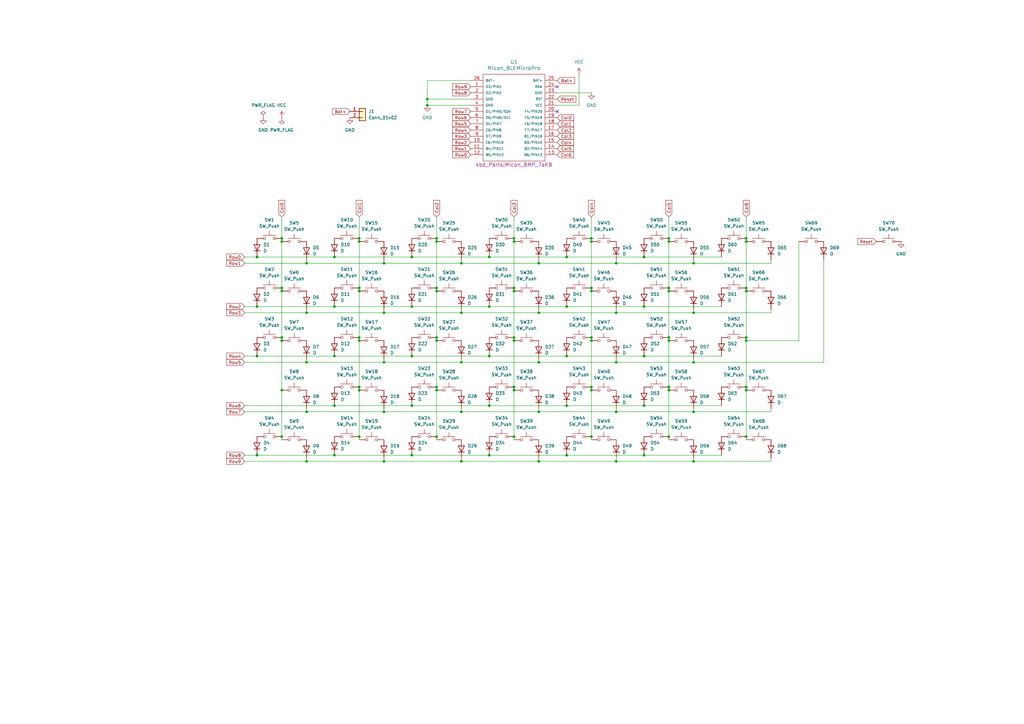
<source format=kicad_sch>
(kicad_sch (version 20250114) (generator "eeschema") (generator_version "9.0")
  (paper "A3")
  (junction (at 168.91 186.69))
  (junction (at 157.48 107.95))
  (junction (at 137.16 125.73))
  (junction (at 242.57 99.06))
  (junction (at 210.82 119.38))
  (junction (at 274.32 138.43))
  (junction (at 168.91 105.41))
  (junction (at 252.73 107.95))
  (junction (at 105.41 146.05))
  (junction (at 242.57 158.75))
  (junction (at 220.98 128.27))
  (junction (at 168.91 166.37))
  (junction (at 115.57 138.43))
  (junction (at 147.32 97.79))
  (junction (at 137.16 186.69))
  (junction (at 306.07 118.11))
  (junction (at 200.66 186.69))
  (junction (at 179.07 138.43))
  (junction (at 274.32 179.07))
  (junction (at 242.57 160.02))
  (junction (at 252.73 168.91))
  (junction (at 264.16 146.05))
  (junction (at 232.41 105.41))
  (junction (at 200.66 146.05))
  (junction (at 147.32 119.38))
  (junction (at 115.57 97.79))
  (junction (at 252.73 189.23))
  (junction (at 147.32 158.75))
  (junction (at 306.07 179.07))
  (junction (at 274.32 160.02))
  (junction (at 220.98 148.59))
  (junction (at 105.41 186.69))
  (junction (at 115.57 119.38))
  (junction (at 242.57 119.38))
  (junction (at 264.16 166.37))
  (junction (at 105.41 105.41))
  (junction (at 284.48 148.59))
  (junction (at 306.07 99.06))
  (junction (at 125.73 107.95))
  (junction (at 252.73 128.27))
  (junction (at 210.82 138.43))
  (junction (at 210.82 97.79))
  (junction (at 220.98 189.23))
  (junction (at 189.23 148.59))
  (junction (at 200.66 105.41))
  (junction (at 210.82 139.7))
  (junction (at 220.98 107.95))
  (junction (at 274.32 118.11))
  (junction (at 137.16 166.37))
  (junction (at 157.48 128.27))
  (junction (at 147.32 179.07))
  (junction (at 179.07 97.79))
  (junction (at 274.32 119.38))
  (junction (at 284.48 107.95))
  (junction (at 189.23 128.27))
  (junction (at 200.66 166.37))
  (junction (at 179.07 160.02))
  (junction (at 189.23 189.23))
  (junction (at 137.16 146.05))
  (junction (at 115.57 160.02))
  (junction (at 147.32 138.43))
  (junction (at 210.82 118.11))
  (junction (at 242.57 118.11))
  (junction (at 125.73 168.91))
  (junction (at 115.57 118.11))
  (junction (at 157.48 148.59))
  (junction (at 264.16 105.41))
  (junction (at 147.32 99.06))
  (junction (at 175.26 43.18))
  (junction (at 306.07 138.43))
  (junction (at 147.32 139.7))
  (junction (at 125.73 148.59))
  (junction (at 210.82 179.07))
  (junction (at 264.16 186.69))
  (junction (at 175.26 40.64))
  (junction (at 115.57 139.7))
  (junction (at 232.41 146.05))
  (junction (at 147.32 118.11))
  (junction (at 157.48 189.23))
  (junction (at 125.73 189.23))
  (junction (at 179.07 99.06))
  (junction (at 179.07 119.38))
  (junction (at 284.48 168.91))
  (junction (at 115.57 99.06))
  (junction (at 179.07 179.07))
  (junction (at 210.82 160.02))
  (junction (at 189.23 168.91))
  (junction (at 168.91 146.05))
  (junction (at 306.07 139.7))
  (junction (at 115.57 179.07))
  (junction (at 189.23 107.95))
  (junction (at 137.16 105.41))
  (junction (at 232.41 166.37))
  (junction (at 274.32 99.06))
  (junction (at 105.41 125.73))
  (junction (at 274.32 97.79))
  (junction (at 306.07 160.02))
  (junction (at 220.98 168.91))
  (junction (at 242.57 97.79))
  (junction (at 200.66 125.73))
  (junction (at 242.57 179.07))
  (junction (at 125.73 128.27))
  (junction (at 179.07 118.11))
  (junction (at 179.07 158.75))
  (junction (at 147.32 160.02))
  (junction (at 274.32 158.75))
  (junction (at 242.57 139.7))
  (junction (at 274.32 139.7))
  (junction (at 210.82 99.06))
  (junction (at 284.48 189.23))
  (junction (at 232.41 186.69))
  (junction (at 252.73 148.59))
  (junction (at 306.07 158.75))
  (junction (at 284.48 128.27))
  (junction (at 306.07 97.79))
  (junction (at 264.16 125.73))
  (junction (at 179.07 139.7))
  (junction (at 157.48 168.91))
  (junction (at 242.57 138.43))
  (junction (at 168.91 125.73))
  (junction (at 306.07 119.38))
  (junction (at 232.41 125.73))
  (junction (at 210.82 158.75))
  (no_connect (at 228.6 35.56))
  (no_connect (at 228.6 45.72))
  (wire (pts (xy 189.23 189.23) (xy 189.23 187.96)))
  (wire (pts (xy 193.04 33.02) (xy 175.26 33.02)))
  (wire (pts (xy 147.32 88.9) (xy 147.32 97.79)))
  (wire (pts (xy 306.07 118.11) (xy 306.07 119.38)))
  (wire (pts (xy 147.32 160.02) (xy 147.32 179.07)))
  (wire (pts (xy 179.07 139.7) (xy 179.07 158.75)))
  (wire (pts (xy 137.16 146.05) (xy 168.91 146.05)))
  (wire (pts (xy 284.48 168.91) (xy 316.23 168.91)))
  (wire (pts (xy 284.48 128.27) (xy 284.48 127)))
  (wire (pts (xy 137.16 186.69) (xy 168.91 186.69)))
  (wire (pts (xy 232.41 105.41) (xy 264.16 105.41)))
  (wire (pts (xy 200.66 105.41) (xy 232.41 105.41)))
  (wire (pts (xy 327.66 139.7) (xy 306.07 139.7)))
  (wire (pts (xy 100.33 166.37) (xy 137.16 166.37)))
  (wire (pts (xy 274.32 139.7) (xy 274.32 158.75)))
  (wire (pts (xy 100.33 105.41) (xy 105.41 105.41)))
  (wire (pts (xy 157.48 128.27) (xy 157.48 127)))
  (wire (pts (xy 115.57 119.38) (xy 115.57 138.43)))
  (wire (pts (xy 274.32 118.11) (xy 274.32 119.38)))
  (wire (pts (xy 210.82 139.7) (xy 210.82 158.75)))
  (wire (pts (xy 252.73 107.95) (xy 252.73 106.68)))
  (wire (pts (xy 220.98 107.95) (xy 220.98 106.68)))
  (wire (pts (xy 220.98 148.59) (xy 220.98 147.32)))
  (wire (pts (xy 125.73 148.59) (xy 157.48 148.59)))
  (wire (pts (xy 189.23 168.91) (xy 189.23 167.64)))
  (wire (pts (xy 100.33 189.23) (xy 125.73 189.23)))
  (wire (pts (xy 189.23 107.95) (xy 220.98 107.95)))
  (wire (pts (xy 115.57 139.7) (xy 115.57 160.02)))
  (wire (pts (xy 115.57 99.06) (xy 115.57 118.11)))
  (wire (pts (xy 115.57 179.07) (xy 115.57 180.34)))
  (wire (pts (xy 147.32 99.06) (xy 147.32 118.11)))
  (wire (pts (xy 284.48 107.95) (xy 284.48 106.68)))
  (wire (pts (xy 189.23 148.59) (xy 189.23 147.32)))
  (wire (pts (xy 157.48 168.91) (xy 189.23 168.91)))
  (wire (pts (xy 125.73 189.23) (xy 157.48 189.23)))
  (wire (pts (xy 168.91 166.37) (xy 200.66 166.37)))
  (wire (pts (xy 189.23 148.59) (xy 220.98 148.59)))
  (wire (pts (xy 264.16 186.69) (xy 295.91 186.69)))
  (wire (pts (xy 252.73 148.59) (xy 252.73 147.32)))
  (wire (pts (xy 125.73 168.91) (xy 125.73 167.64)))
  (wire (pts (xy 210.82 179.07) (xy 210.82 180.34)))
  (wire (pts (xy 316.23 107.95) (xy 316.23 106.68)))
  (wire (pts (xy 105.41 186.69) (xy 137.16 186.69)))
  (wire (pts (xy 284.48 128.27) (xy 316.23 128.27)))
  (wire (pts (xy 306.07 99.06) (xy 306.07 118.11)))
  (wire (pts (xy 264.16 105.41) (xy 295.91 105.41)))
  (wire (pts (xy 147.32 139.7) (xy 147.32 158.75)))
  (wire (pts (xy 210.82 88.9) (xy 210.82 97.79)))
  (wire (pts (xy 189.23 128.27) (xy 189.23 127)))
  (wire (pts (xy 179.07 138.43) (xy 179.07 139.7)))
  (wire (pts (xy 168.91 125.73) (xy 200.66 125.73)))
  (wire (pts (xy 252.73 189.23) (xy 252.73 187.96)))
  (wire (pts (xy 220.98 128.27) (xy 220.98 127)))
  (wire (pts (xy 147.32 97.79) (xy 147.32 99.06)))
  (wire (pts (xy 125.73 128.27) (xy 157.48 128.27)))
  (wire (pts (xy 157.48 189.23) (xy 189.23 189.23)))
  (wire (pts (xy 316.23 128.27) (xy 316.23 127)))
  (wire (pts (xy 210.82 99.06) (xy 210.82 118.11)))
  (wire (pts (xy 242.57 119.38) (xy 242.57 138.43)))
  (wire (pts (xy 179.07 118.11) (xy 179.07 119.38)))
  (wire (pts (xy 242.57 139.7) (xy 242.57 158.75)))
  (wire (pts (xy 157.48 168.91) (xy 157.48 167.64)))
  (wire (pts (xy 189.23 107.95) (xy 189.23 106.68)))
  (wire (pts (xy 252.73 107.95) (xy 284.48 107.95)))
  (wire (pts (xy 220.98 189.23) (xy 220.98 187.96)))
  (wire (pts (xy 220.98 107.95) (xy 252.73 107.95)))
  (wire (pts (xy 175.26 43.18) (xy 193.04 43.18)))
  (wire (pts (xy 284.48 189.23) (xy 316.23 189.23)))
  (wire (pts (xy 232.41 125.73) (xy 264.16 125.73)))
  (wire (pts (xy 252.73 168.91) (xy 252.73 167.64)))
  (wire (pts (xy 252.73 128.27) (xy 252.73 127)))
  (wire (pts (xy 228.6 38.1) (xy 242.57 38.1)))
  (wire (pts (xy 189.23 128.27) (xy 220.98 128.27)))
  (wire (pts (xy 175.26 33.02) (xy 175.26 40.64)))
  (wire (pts (xy 200.66 166.37) (xy 232.41 166.37)))
  (wire (pts (xy 220.98 168.91) (xy 220.98 167.64)))
  (wire (pts (xy 115.57 88.9) (xy 115.57 97.79)))
  (wire (pts (xy 306.07 138.43) (xy 306.07 139.7)))
  (wire (pts (xy 200.66 146.05) (xy 232.41 146.05)))
  (wire (pts (xy 306.07 88.9) (xy 306.07 97.79)))
  (wire (pts (xy 210.82 97.79) (xy 210.82 99.06)))
  (wire (pts (xy 125.73 189.23) (xy 125.73 187.96)))
  (wire (pts (xy 306.07 97.79) (xy 306.07 99.06)))
  (wire (pts (xy 179.07 88.9) (xy 179.07 97.79)))
  (wire (pts (xy 125.73 107.95) (xy 125.73 106.68)))
  (wire (pts (xy 274.32 179.07) (xy 274.32 180.34)))
  (wire (pts (xy 168.91 146.05) (xy 200.66 146.05)))
  (wire (pts (xy 242.57 88.9) (xy 242.57 97.79)))
  (wire (pts (xy 147.32 118.11) (xy 147.32 119.38)))
  (wire (pts (xy 274.32 160.02) (xy 274.32 179.07)))
  (wire (pts (xy 115.57 138.43) (xy 115.57 139.7)))
  (wire (pts (xy 175.26 40.64) (xy 175.26 43.18)))
  (wire (pts (xy 100.33 148.59) (xy 125.73 148.59)))
  (wire (pts (xy 168.91 105.41) (xy 200.66 105.41)))
  (wire (pts (xy 168.91 186.69) (xy 200.66 186.69)))
  (wire (pts (xy 210.82 158.75) (xy 210.82 160.02)))
  (wire (pts (xy 179.07 158.75) (xy 179.07 160.02)))
  (wire (pts (xy 242.57 99.06) (xy 242.57 118.11)))
  (wire (pts (xy 189.23 168.91) (xy 220.98 168.91)))
  (wire (pts (xy 157.48 128.27) (xy 189.23 128.27)))
  (wire (pts (xy 220.98 168.91) (xy 252.73 168.91)))
  (wire (pts (xy 193.04 40.64) (xy 175.26 40.64)))
  (wire (pts (xy 157.48 107.95) (xy 189.23 107.95)))
  (wire (pts (xy 220.98 128.27) (xy 252.73 128.27)))
  (wire (pts (xy 147.32 119.38) (xy 147.32 138.43)))
  (wire (pts (xy 157.48 148.59) (xy 157.48 147.32)))
  (wire (pts (xy 100.33 146.05) (xy 105.41 146.05)))
  (wire (pts (xy 210.82 119.38) (xy 210.82 138.43)))
  (wire (pts (xy 115.57 160.02) (xy 115.57 179.07)))
  (wire (pts (xy 252.73 148.59) (xy 284.48 148.59)))
  (wire (pts (xy 242.57 97.79) (xy 242.57 99.06)))
  (wire (pts (xy 264.16 166.37) (xy 295.91 166.37)))
  (wire (pts (xy 264.16 146.05) (xy 295.91 146.05)))
  (wire (pts (xy 228.6 43.18) (xy 237.49 43.18)))
  (wire (pts (xy 306.07 119.38) (xy 306.07 138.43)))
  (wire (pts (xy 284.48 107.95) (xy 316.23 107.95)))
  (wire (pts (xy 242.57 160.02) (xy 242.57 179.07)))
  (wire (pts (xy 274.32 158.75) (xy 274.32 160.02)))
  (wire (pts (xy 220.98 189.23) (xy 252.73 189.23)))
  (wire (pts (xy 100.33 128.27) (xy 125.73 128.27)))
  (wire (pts (xy 200.66 125.73) (xy 232.41 125.73)))
  (wire (pts (xy 105.41 146.05) (xy 137.16 146.05)))
  (wire (pts (xy 105.41 125.73) (xy 137.16 125.73)))
  (wire (pts (xy 210.82 118.11) (xy 210.82 119.38)))
  (wire (pts (xy 157.48 148.59) (xy 189.23 148.59)))
  (wire (pts (xy 220.98 148.59) (xy 252.73 148.59)))
  (wire (pts (xy 284.48 189.23) (xy 284.48 187.96)))
  (wire (pts (xy 306.07 139.7) (xy 306.07 158.75)))
  (wire (pts (xy 242.57 138.43) (xy 242.57 139.7)))
  (wire (pts (xy 179.07 160.02) (xy 179.07 179.07)))
  (wire (pts (xy 100.33 107.95) (xy 125.73 107.95)))
  (wire (pts (xy 316.23 168.91) (xy 316.23 167.64)))
  (wire (pts (xy 147.32 158.75) (xy 147.32 160.02)))
  (wire (pts (xy 337.82 148.59) (xy 337.82 106.68)))
  (wire (pts (xy 125.73 107.95) (xy 157.48 107.95)))
  (wire (pts (xy 232.41 146.05) (xy 264.16 146.05)))
  (wire (pts (xy 157.48 189.23) (xy 157.48 187.96)))
  (wire (pts (xy 306.07 158.75) (xy 306.07 160.02)))
  (wire (pts (xy 125.73 168.91) (xy 157.48 168.91)))
  (wire (pts (xy 242.57 179.07) (xy 242.57 180.34)))
  (wire (pts (xy 274.32 97.79) (xy 274.32 99.06)))
  (wire (pts (xy 125.73 128.27) (xy 125.73 127)))
  (wire (pts (xy 252.73 189.23) (xy 284.48 189.23)))
  (wire (pts (xy 232.41 186.69) (xy 264.16 186.69)))
  (wire (pts (xy 147.32 138.43) (xy 147.32 139.7)))
  (wire (pts (xy 242.57 158.75) (xy 242.57 160.02)))
  (wire (pts (xy 284.48 148.59) (xy 284.48 147.32)))
  (wire (pts (xy 157.48 107.95) (xy 157.48 106.68)))
  (wire (pts (xy 264.16 125.73) (xy 295.91 125.73)))
  (wire (pts (xy 327.66 99.06) (xy 327.66 139.7)))
  (wire (pts (xy 105.41 105.41) (xy 137.16 105.41)))
  (wire (pts (xy 137.16 125.73) (xy 168.91 125.73)))
  (wire (pts (xy 115.57 97.79) (xy 115.57 99.06)))
  (wire (pts (xy 252.73 128.27) (xy 284.48 128.27)))
  (wire (pts (xy 306.07 160.02) (xy 306.07 179.07)))
  (wire (pts (xy 189.23 189.23) (xy 220.98 189.23)))
  (wire (pts (xy 210.82 160.02) (xy 210.82 179.07)))
  (wire (pts (xy 316.23 189.23) (xy 316.23 187.96)))
  (wire (pts (xy 137.16 166.37) (xy 168.91 166.37)))
  (wire (pts (xy 200.66 186.69) (xy 232.41 186.69)))
  (wire (pts (xy 179.07 179.07) (xy 179.07 180.34)))
  (wire (pts (xy 147.32 179.07) (xy 147.32 180.34)))
  (wire (pts (xy 274.32 119.38) (xy 274.32 138.43)))
  (wire (pts (xy 179.07 119.38) (xy 179.07 138.43)))
  (wire (pts (xy 232.41 166.37) (xy 264.16 166.37)))
  (wire (pts (xy 284.48 168.91) (xy 284.48 167.64)))
  (wire (pts (xy 252.73 168.91) (xy 284.48 168.91)))
  (wire (pts (xy 100.33 125.73) (xy 105.41 125.73)))
  (wire (pts (xy 125.73 148.59) (xy 125.73 147.32)))
  (wire (pts (xy 237.49 30.48) (xy 237.49 43.18)))
  (wire (pts (xy 179.07 99.06) (xy 179.07 118.11)))
  (wire (pts (xy 100.33 168.91) (xy 125.73 168.91)))
  (wire (pts (xy 210.82 138.43) (xy 210.82 139.7)))
  (wire (pts (xy 306.07 179.07) (xy 306.07 180.34)))
  (wire (pts (xy 100.33 186.69) (xy 105.41 186.69)))
  (wire (pts (xy 274.32 88.9) (xy 274.32 97.79)))
  (wire (pts (xy 274.32 138.43) (xy 274.32 139.7)))
  (wire (pts (xy 242.57 118.11) (xy 242.57 119.38)))
  (wire (pts (xy 115.57 118.11) (xy 115.57 119.38)))
  (wire (pts (xy 274.32 99.06) (xy 274.32 118.11)))
  (wire (pts (xy 284.48 148.59) (xy 337.82 148.59)))
  (wire (pts (xy 137.16 105.41) (xy 168.91 105.41)))
  (wire (pts (xy 179.07 97.79) (xy 179.07 99.06)))
  (global_label "Col1" (shape input) (at 147.32 88.9 90) (property "Intersheetrefs" "${INTERSHEET_REFS}" (effects (hide yes))))
  (global_label "Row8" (shape input) (at 193.04 38.1 180) (property "Intersheetrefs" "${INTERSHEET_REFS}" (effects (hide yes))))
  (global_label "Row8" (shape input) (at 100.33 186.69 180) (property "Intersheetrefs" "${INTERSHEET_REFS}" (effects (hide yes))))
  (global_label "Col6" (shape input) (at 228.6 63.5 0) (property "Intersheetrefs" "${INTERSHEET_REFS}" (effects (hide yes))))
  (global_label "Col2" (shape input) (at 228.6 53.34 0) (property "Intersheetrefs" "${INTERSHEET_REFS}" (effects (hide yes))))
  (global_label "Row9" (shape input) (at 100.33 189.23 180) (property "Intersheetrefs" "${INTERSHEET_REFS}" (effects (hide yes))))
  (global_label "Bat+" (shape input) (at 228.6 33.02 0) (property "Intersheetrefs" "${INTERSHEET_REFS}" (effects (hide yes))))
  (global_label "Row2" (shape input) (at 100.33 125.73 180) (property "Intersheetrefs" "${INTERSHEET_REFS}" (effects (hide yes))))
  (global_label "Col3" (shape input) (at 210.82 88.9 90) (property "Intersheetrefs" "${INTERSHEET_REFS}" (effects (hide yes))))
  (global_label "Row7" (shape input) (at 193.04 45.72 180) (property "Intersheetrefs" "${INTERSHEET_REFS}" (effects (hide yes))))
  (global_label "Reset" (shape input) (at 228.6 40.64 0) (property "Intersheetrefs" "${INTERSHEET_REFS}" (effects (hide yes))))
  (global_label "Col4" (shape input) (at 242.57 88.9 90) (property "Intersheetrefs" "${INTERSHEET_REFS}" (effects (hide yes))))
  (global_label "Col2" (shape input) (at 179.07 88.9 90) (property "Intersheetrefs" "${INTERSHEET_REFS}" (effects (hide yes))))
  (global_label "Row7" (shape input) (at 100.33 168.91 180) (property "Intersheetrefs" "${INTERSHEET_REFS}" (effects (hide yes))))
  (global_label "Col5" (shape input) (at 228.6 60.96 0) (property "Intersheetrefs" "${INTERSHEET_REFS}" (effects (hide yes))))
  (global_label "Row0" (shape input) (at 100.33 105.41 180) (property "Intersheetrefs" "${INTERSHEET_REFS}" (effects (hide yes))))
  (global_label "Bat+" (shape input) (at 143.51 45.72 180) (property "Intersheetrefs" "${INTERSHEET_REFS}" (effects (hide yes))))
  (global_label "Col3" (shape input) (at 228.6 55.88 0) (property "Intersheetrefs" "${INTERSHEET_REFS}" (effects (hide yes))))
  (global_label "Row9" (shape input) (at 193.04 35.56 180) (property "Intersheetrefs" "${INTERSHEET_REFS}" (effects (hide yes))))
  (global_label "Row6" (shape input) (at 193.04 48.26 180) (property "Intersheetrefs" "${INTERSHEET_REFS}" (effects (hide yes))))
  (global_label "Row4" (shape input) (at 193.04 53.34 180) (property "Intersheetrefs" "${INTERSHEET_REFS}" (effects (hide yes))))
  (global_label "Row3" (shape input) (at 193.04 55.88 180) (property "Intersheetrefs" "${INTERSHEET_REFS}" (effects (hide yes))))
  (global_label "Col5" (shape input) (at 274.32 88.9 90) (property "Intersheetrefs" "${INTERSHEET_REFS}" (effects (hide yes))))
  (global_label "Row3" (shape input) (at 100.33 128.27 180) (property "Intersheetrefs" "${INTERSHEET_REFS}" (effects (hide yes))))
  (global_label "Col0" (shape input) (at 228.6 48.26 0) (property "Intersheetrefs" "${INTERSHEET_REFS}" (effects (hide yes))))
  (global_label "Reset" (shape input) (at 359.41 99.06 180) (property "Intersheetrefs" "${INTERSHEET_REFS}" (effects (hide yes))))
  (global_label "Row5" (shape input) (at 193.04 50.8 180) (property "Intersheetrefs" "${INTERSHEET_REFS}" (effects (hide yes))))
  (global_label "Col0" (shape input) (at 115.57 88.9 90) (property "Intersheetrefs" "${INTERSHEET_REFS}" (effects (hide yes))))
  (global_label "Row0" (shape input) (at 193.04 63.5 180) (property "Intersheetrefs" "${INTERSHEET_REFS}" (effects (hide yes))))
  (global_label "Row1" (shape input) (at 100.33 107.95 180) (property "Intersheetrefs" "${INTERSHEET_REFS}" (effects (hide yes))))
  (global_label "Row1" (shape input) (at 193.04 60.96 180) (property "Intersheetrefs" "${INTERSHEET_REFS}" (effects (hide yes))))
  (global_label "Col6" (shape input) (at 306.07 88.9 90) (property "Intersheetrefs" "${INTERSHEET_REFS}" (effects (hide yes))))
  (global_label "Row6" (shape input) (at 100.33 166.37 180) (property "Intersheetrefs" "${INTERSHEET_REFS}" (effects (hide yes))))
  (global_label "Row4" (shape input) (at 100.33 146.05 180) (property "Intersheetrefs" "${INTERSHEET_REFS}" (effects (hide yes))))
  (global_label "Col1" (shape input) (at 228.6 50.8 0) (property "Intersheetrefs" "${INTERSHEET_REFS}" (effects (hide yes))))
  (global_label "Row5" (shape input) (at 100.33 148.59 180) (property "Intersheetrefs" "${INTERSHEET_REFS}" (effects (hide yes))))
  (global_label "Row2" (shape input) (at 193.04 58.42 180) (property "Intersheetrefs" "${INTERSHEET_REFS}" (effects (hide yes))))
  (global_label "Col4" (shape input) (at 228.6 58.42 0) (property "Intersheetrefs" "${INTERSHEET_REFS}" (effects (hide yes))))
  (symbol (lib_id "power:PWR_FLAG") (at 107.95 48.26 0) (unit 1)
    (property "Reference" "#FLG01" (effects (hide yes)))
    (property "Value" "PWR_FLAG" (at 107.95 43.18 0))
    (property "Description" "Special symbol for telling ERC where power comes from" (effects (hide yes)))
  )
  (symbol (lib_id "Switch:SW_Push") (at 279.4 139.7 0) (unit 1)
    (property "Reference" "SW57" (at 279.4 132.08 0))
    (property "Value" "SW_Push" (at 279.4 134.62 0))
    (property "Footprint" "kbd_SW:CherryMX_Hotswap_1u_Small3" (effects (hide yes)))
    (property "Description" "Push button switch, generic, two pins" (effects (hide yes)))
  )
  (symbol (lib_id "Device:D") (at 189.23 184.15 90) (unit 1)
    (property "Reference" "D29" (at 191.77 182.8799 90) (effects (justify right)))
    (property "Value" "D" (at 191.77 185.4199 90) (effects (justify right)))
    (property "Footprint" "kbd_Parts:Diode_SMD" (effects (hide yes)))
    (property "Description" "Diode" (effects (hide yes)))
    (property "Sim.Device" "D" (effects (hide yes)))
    (property "Sim.Pins" "1=K 2=A" (effects (hide yes)))
  )
  (symbol (lib_id "Device:D") (at 220.98 143.51 90) (unit 1)
    (property "Reference" "D37" (at 223.52 142.2399 90) (effects (justify right)))
    (property "Value" "D" (at 223.52 144.7799 90) (effects (justify right)))
    (property "Footprint" "kbd_Parts:Diode_SMD" (effects (hide yes)))
    (property "Description" "Diode" (effects (hide yes)))
    (property "Sim.Device" "D" (effects (hide yes)))
    (property "Sim.Pins" "1=K 2=A" (effects (hide yes)))
  )
  (symbol (lib_id "Switch:SW_Push") (at 142.24 97.79 0) (unit 1)
    (property "Reference" "SW10" (at 142.24 90.17 0))
    (property "Value" "SW_Push" (at 142.24 92.71 0))
    (property "Footprint" "kbd_SW:CherryMX_Hotswap_1u_Small3" (effects (hide yes)))
    (property "Description" "Push button switch, generic, two pins" (effects (hide yes)))
  )
  (symbol (lib_id "Device:D") (at 232.41 182.88 90) (unit 1)
    (property "Reference" "D44" (at 234.95 181.6099 90) (effects (justify right)))
    (property "Value" "D" (at 234.95 184.1499 90) (effects (justify right)))
    (property "Footprint" "kbd_Parts:Diode_SMD" (effects (hide yes)))
    (property "Description" "Diode" (effects (hide yes)))
    (property "Sim.Device" "D" (effects (hide yes)))
    (property "Sim.Pins" "1=K 2=A" (effects (hide yes)))
  )
  (symbol (lib_id "Device:D") (at 264.16 101.6 90) (unit 1)
    (property "Reference" "D50" (at 266.7 100.3299 90) (effects (justify right)))
    (property "Value" "D" (at 266.7 102.8699 90) (effects (justify right)))
    (property "Footprint" "kbd_Parts:Diode_SMD" (effects (hide yes)))
    (property "Description" "Diode" (effects (hide yes)))
    (property "Sim.Device" "D" (effects (hide yes)))
    (property "Sim.Pins" "1=K 2=A" (effects (hide yes)))
  )
  (symbol (lib_id "Device:D") (at 316.23 163.83 90) (unit 1)
    (property "Reference" "D67" (at 318.77 162.5599 90) (effects (justify right)))
    (property "Value" "D" (at 318.77 165.0999 90) (effects (justify right)))
    (property "Footprint" "kbd_Parts:Diode_SMD" (effects (hide yes)))
    (property "Description" "Diode" (effects (hide yes)))
    (property "Sim.Device" "D" (effects (hide yes)))
    (property "Sim.Pins" "1=K 2=A" (effects (hide yes)))
  )
  (symbol (lib_id "Device:D") (at 252.73 102.87 90) (unit 1)
    (property "Reference" "D45" (at 255.27 101.5999 90) (effects (justify right)))
    (property "Value" "D" (at 255.27 104.1399 90) (effects (justify right)))
    (property "Footprint" "kbd_Parts:Diode_SMD" (effects (hide yes)))
    (property "Description" "Diode" (effects (hide yes)))
    (property "Sim.Device" "D" (effects (hide yes)))
    (property "Sim.Pins" "1=K 2=A" (effects (hide yes)))
  )
  (symbol (lib_id "Switch:SW_Push") (at 110.49 97.79 0) (unit 1)
    (property "Reference" "SW1" (at 110.49 90.17 0))
    (property "Value" "SW_Push" (at 110.49 92.71 0))
    (property "Footprint" "kbd_SW:CherryMX_Hotswap_1u_Small3" (effects (hide yes)))
    (property "Description" "Push button switch, generic, two pins" (effects (hide yes)))
  )
  (symbol (lib_id "Switch:SW_Push") (at 237.49 179.07 0) (unit 1)
    (property "Reference" "SW44" (at 237.49 171.45 0))
    (property "Value" "SW_Push" (at 237.49 173.99 0))
    (property "Footprint" "kbd_SW:CherryMX_Hotswap_1u_Small3" (effects (hide yes)))
    (property "Description" "Push button switch, generic, two pins" (effects (hide yes)))
  )
  (symbol (lib_id "Switch:SW_Push") (at 184.15 99.06 0) (unit 1)
    (property "Reference" "SW25" (at 184.15 91.44 0))
    (property "Value" "SW_Push" (at 184.15 93.98 0))
    (property "Footprint" "kbd_SW:CherryMX_Hotswap_1u_Small3" (effects (hide yes)))
    (property "Description" "Push button switch, generic, two pins" (effects (hide yes)))
  )
  (symbol (lib_id "Switch:SW_Push") (at 120.65 160.02 0) (unit 1)
    (property "Reference" "SW8" (at 120.65 152.4 0))
    (property "Value" "SW_Push" (at 120.65 154.94 0))
    (property "Footprint" "kbd_SW:CherryMX_Hotswap_1.75u" (effects (hide yes)))
    (property "Description" "Push button switch, generic, two pins" (effects (hide yes)))
  )
  (symbol (lib_id "Switch:SW_Push") (at 300.99 97.79 0) (unit 1)
    (property "Reference" "SW60" (at 300.99 90.17 0))
    (property "Value" "SW_Push" (at 300.99 92.71 0))
    (property "Footprint" "kbd_SW:CherryMX_Hotswap_1u_Small3" (effects (hide yes)))
    (property "Description" "Push button switch, generic, two pins" (effects (hide yes)))
  )
  (symbol (lib_id "Device:D") (at 232.41 101.6 90) (unit 1)
    (property "Reference" "D40" (at 234.95 100.3299 90) (effects (justify right)))
    (property "Value" "D" (at 234.95 102.8699 90) (effects (justify right)))
    (property "Footprint" "kbd_Parts:Diode_SMD" (effects (hide yes)))
    (property "Description" "Diode" (effects (hide yes)))
    (property "Sim.Device" "D" (effects (hide yes)))
    (property "Sim.Pins" "1=K 2=A" (effects (hide yes)))
  )
  (symbol (lib_id "power:GND") (at 107.95 48.26 0) (unit 1)
    (property "Reference" "#PWR01" (effects (hide yes)))
    (property "Value" "GND" (at 107.95 53.34 0))
    (property "Description" "Power symbol creates a global label with name \"GND\" , ground" (effects (hide yes)))
  )
  (symbol (lib_id "Device:D") (at 232.41 162.56 90) (unit 1)
    (property "Reference" "D43" (at 234.95 161.2899 90) (effects (justify right)))
    (property "Value" "D" (at 234.95 163.8299 90) (effects (justify right)))
    (property "Footprint" "kbd_Parts:Diode_SMD" (effects (hide yes)))
    (property "Description" "Diode" (effects (hide yes)))
    (property "Sim.Device" "D" (effects (hide yes)))
    (property "Sim.Pins" "1=K 2=A" (effects (hide yes)))
  )
  (symbol (lib_id "Switch:SW_Push") (at 173.99 97.79 0) (unit 1)
    (property "Reference" "SW20" (at 173.99 90.17 0))
    (property "Value" "SW_Push" (at 173.99 92.71 0))
    (property "Footprint" "kbd_SW:CherryMX_Hotswap_1u_Small3" (effects (hide yes)))
    (property "Description" "Push button switch, generic, two pins" (effects (hide yes)))
  )
  (symbol (lib_id "Device:D") (at 125.73 143.51 90) (unit 1)
    (property "Reference" "D7" (at 128.27 142.2399 90) (effects (justify right)))
    (property "Value" "D" (at 128.27 144.7799 90) (effects (justify right)))
    (property "Footprint" "kbd_Parts:Diode_SMD" (effects (hide yes)))
    (property "Description" "Diode" (effects (hide yes)))
    (property "Sim.Device" "D" (effects (hide yes)))
    (property "Sim.Pins" "1=K 2=A" (effects (hide yes)))
  )
  (symbol (lib_id "power:GND") (at 175.26 43.18 0) (unit 1)
    (property "Reference" "#PWR04" (effects (hide yes)))
    (property "Value" "GND" (at 175.26 48.26 0))
    (property "Description" "Power symbol creates a global label with name \"GND\" , ground" (effects (hide yes)))
  )
  (symbol (lib_id "Switch:SW_Push") (at 300.99 138.43 0) (unit 1)
    (property "Reference" "SW62" (at 300.99 130.81 0))
    (property "Value" "SW_Push" (at 300.99 133.35 0))
    (property "Footprint" "kbd_SW:CherryMX_Hotswap_1.75u" (effects (hide yes)))
    (property "Description" "Push button switch, generic, two pins" (effects (hide yes)))
  )
  (symbol (lib_id "Switch:SW_Push") (at 279.4 160.02 0) (unit 1)
    (property "Reference" "SW58" (at 279.4 152.4 0))
    (property "Value" "SW_Push" (at 279.4 154.94 0))
    (property "Footprint" "kbd_SW:CherryMX_Hotswap_1u_Small3" (effects (hide yes)))
    (property "Description" "Push button switch, generic, two pins" (effects (hide yes)))
  )
  (symbol (lib_id "Device:D") (at 284.48 102.87 90) (unit 1)
    (property "Reference" "D55" (at 287.02 101.5999 90) (effects (justify right)))
    (property "Value" "D" (at 287.02 104.1399 90) (effects (justify right)))
    (property "Footprint" "kbd_Parts:Diode_SMD" (effects (hide yes)))
    (property "Description" "Diode" (effects (hide yes)))
    (property "Sim.Device" "D" (effects (hide yes)))
    (property "Sim.Pins" "1=K 2=A" (effects (hide yes)))
  )
  (symbol (lib_id "Switch:SW_Push") (at 142.24 118.11 0) (unit 1)
    (property "Reference" "SW11" (at 142.24 110.49 0))
    (property "Value" "SW_Push" (at 142.24 113.03 0))
    (property "Footprint" "kbd_SW:CherryMX_Hotswap_1u_Small3" (effects (hide yes)))
    (property "Description" "Push button switch, generic, two pins" (effects (hide yes)))
  )
  (symbol (lib_id "Device:D") (at 220.98 123.19 90) (unit 1)
    (property "Reference" "D36" (at 223.52 121.9199 90) (effects (justify right)))
    (property "Value" "D" (at 223.52 124.4599 90) (effects (justify right)))
    (property "Footprint" "kbd_Parts:Diode_SMD" (effects (hide yes)))
    (property "Description" "Diode" (effects (hide yes)))
    (property "Sim.Device" "D" (effects (hide yes)))
    (property "Sim.Pins" "1=K 2=A" (effects (hide yes)))
  )
  (symbol (lib_id "Device:D") (at 105.41 101.6 90) (unit 1)
    (property "Reference" "D1" (at 107.95 100.3299 90) (effects (justify right)))
    (property "Value" "D" (at 107.95 102.8699 90) (effects (justify right)))
    (property "Footprint" "kbd_Parts:Diode_SMD" (effects (hide yes)))
    (property "Description" "Diode" (effects (hide yes)))
    (property "Sim.Device" "D" (effects (hide yes)))
    (property "Sim.Pins" "1=K 2=A" (effects (hide yes)))
  )
  (symbol (lib_id "Device:D") (at 125.73 102.87 90) (unit 1)
    (property "Reference" "D5" (at 128.27 101.5999 90) (effects (justify right)))
    (property "Value" "D" (at 128.27 104.1399 90) (effects (justify right)))
    (property "Footprint" "kbd_Parts:Diode_SMD" (effects (hide yes)))
    (property "Description" "Diode" (effects (hide yes)))
    (property "Sim.Device" "D" (effects (hide yes)))
    (property "Sim.Pins" "1=K 2=A" (effects (hide yes)))
  )
  (symbol (lib_id "Device:D") (at 137.16 101.6 90) (unit 1)
    (property "Reference" "D10" (at 139.7 100.3299 90) (effects (justify right)))
    (property "Value" "D" (at 139.7 102.8699 90) (effects (justify right)))
    (property "Footprint" "kbd_Parts:Diode_SMD" (effects (hide yes)))
    (property "Description" "Diode" (effects (hide yes)))
    (property "Sim.Device" "D" (effects (hide yes)))
    (property "Sim.Pins" "1=K 2=A" (effects (hide yes)))
  )
  (symbol (lib_id "Device:D") (at 252.73 143.51 90) (unit 1)
    (property "Reference" "D47" (at 255.27 142.2399 90) (effects (justify right)))
    (property "Value" "D" (at 255.27 144.7799 90) (effects (justify right)))
    (property "Footprint" "kbd_Parts:Diode_SMD" (effects (hide yes)))
    (property "Description" "Diode" (effects (hide yes)))
    (property "Sim.Device" "D" (effects (hide yes)))
    (property "Sim.Pins" "1=K 2=A" (effects (hide yes)))
  )
  (symbol (lib_id "Switch:SW_Push") (at 269.24 97.79 0) (unit 1)
    (property "Reference" "SW50" (at 269.24 90.17 0))
    (property "Value" "SW_Push" (at 269.24 92.71 0))
    (property "Footprint" "kbd_SW:CherryMX_Hotswap_1u_Small3" (effects (hide yes)))
    (property "Description" "Push button switch, generic, two pins" (effects (hide yes)))
  )
  (symbol (lib_id "Device:D") (at 220.98 102.87 90) (unit 1)
    (property "Reference" "D35" (at 223.52 101.5999 90) (effects (justify right)))
    (property "Value" "D" (at 223.52 104.1399 90) (effects (justify right)))
    (property "Footprint" "kbd_Parts:Diode_SMD" (effects (hide yes)))
    (property "Description" "Diode" (effects (hide yes)))
    (property "Sim.Device" "D" (effects (hide yes)))
    (property "Sim.Pins" "1=K 2=A" (effects (hide yes)))
  )
  (symbol (lib_id "Device:D") (at 220.98 184.15 90) (unit 1)
    (property "Reference" "D39" (at 223.52 182.8799 90) (effects (justify right)))
    (property "Value" "D" (at 223.52 185.4199 90) (effects (justify right)))
    (property "Footprint" "kbd_Parts:Diode_SMD" (effects (hide yes)))
    (property "Description" "Diode" (effects (hide yes)))
    (property "Sim.Device" "D" (effects (hide yes)))
    (property "Sim.Pins" "1=K 2=A" (effects (hide yes)))
  )
  (symbol (lib_id "Switch:SW_Push") (at 237.49 97.79 0) (unit 1)
    (property "Reference" "SW40" (at 237.49 90.17 0))
    (property "Value" "SW_Push" (at 237.49 92.71 0))
    (property "Footprint" "kbd_SW:CherryMX_Hotswap_1u_Small3" (effects (hide yes)))
    (property "Description" "Push button switch, generic, two pins" (effects (hide yes)))
  )
  (symbol (lib_id "Switch:SW_Push") (at 237.49 158.75 0) (unit 1)
    (property "Reference" "SW43" (at 237.49 151.13 0))
    (property "Value" "SW_Push" (at 237.49 153.67 0))
    (property "Footprint" "kbd_SW:CherryMX_Hotswap_1u_Small3" (effects (hide yes)))
    (property "Description" "Push button switch, generic, two pins" (effects (hide yes)))
  )
  (symbol (lib_id "Switch:SW_Push") (at 279.4 99.06 0) (unit 1)
    (property "Reference" "SW55" (at 279.4 91.44 0))
    (property "Value" "SW_Push" (at 279.4 93.98 0))
    (property "Footprint" "kbd_SW:CherryMX_Hotswap_1u_Small3" (effects (hide yes)))
    (property "Description" "Push button switch, generic, two pins" (effects (hide yes)))
  )
  (symbol (lib_id "Device:D") (at 252.73 184.15 90) (unit 1)
    (property "Reference" "D49" (at 255.27 182.8799 90) (effects (justify right)))
    (property "Value" "D" (at 255.27 185.4199 90) (effects (justify right)))
    (property "Footprint" "kbd_Parts:Diode_SMD" (effects (hide yes)))
    (property "Description" "Diode" (effects (hide yes)))
    (property "Sim.Device" "D" (effects (hide yes)))
    (property "Sim.Pins" "1=K 2=A" (effects (hide yes)))
  )
  (symbol (lib_id "Device:D") (at 264.16 162.56 90) (unit 1)
    (property "Reference" "D53" (at 266.7 161.2899 90) (effects (justify right)))
    (property "Value" "D" (at 266.7 163.8299 90) (effects (justify right)))
    (property "Footprint" "kbd_Parts:Diode_SMD" (effects (hide yes)))
    (property "Description" "Diode" (effects (hide yes)))
    (property "Sim.Device" "D" (effects (hide yes)))
    (property "Sim.Pins" "1=K 2=A" (effects (hide yes)))
  )
  (symbol (lib_id "Switch:SW_Push") (at 120.65 180.34 0) (unit 1)
    (property "Reference" "SW9" (at 120.65 172.72 0))
    (property "Value" "SW_Push" (at 120.65 175.26 0))
    (property "Footprint" "kbd_SW:CherryMX_Hotswap_1.25u" (effects (hide yes)))
    (property "Description" "Push button switch, generic, two pins" (effects (hide yes)))
  )
  (symbol (lib_id "Device:D") (at 264.16 121.92 90) (unit 1)
    (property "Reference" "D51" (at 266.7 120.6499 90) (effects (justify right)))
    (property "Value" "D" (at 266.7 123.1899 90) (effects (justify right)))
    (property "Footprint" "kbd_Parts:Diode_SMD" (effects (hide yes)))
    (property "Description" "Diode" (effects (hide yes)))
    (property "Sim.Device" "D" (effects (hide yes)))
    (property "Sim.Pins" "1=K 2=A" (effects (hide yes)))
  )
  (symbol (lib_id "Device:D") (at 168.91 101.6 90) (unit 1)
    (property "Reference" "D20" (at 171.45 100.3299 90) (effects (justify right)))
    (property "Value" "D" (at 171.45 102.8699 90) (effects (justify right)))
    (property "Footprint" "kbd_Parts:Diode_SMD" (effects (hide yes)))
    (property "Description" "Diode" (effects (hide yes)))
    (property "Sim.Device" "D" (effects (hide yes)))
    (property "Sim.Pins" "1=K 2=A" (effects (hide yes)))
  )
  (symbol (lib_id "Device:D") (at 137.16 182.88 90) (unit 1)
    (property "Reference" "D14" (at 139.7 181.6099 90) (effects (justify right)))
    (property "Value" "D" (at 139.7 184.1499 90) (effects (justify right)))
    (property "Footprint" "kbd_Parts:Diode_SMD" (effects (hide yes)))
    (property "Description" "Diode" (effects (hide yes)))
    (property "Sim.Device" "D" (effects (hide yes)))
    (property "Sim.Pins" "1=K 2=A" (effects (hide yes)))
  )
  (symbol (lib_id "Switch:SW_Push") (at 205.74 97.79 0) (unit 1)
    (property "Reference" "SW30" (at 205.74 90.17 0))
    (property "Value" "SW_Push" (at 205.74 92.71 0))
    (property "Footprint" "kbd_SW:CherryMX_Hotswap_1u_Small3" (effects (hide yes)))
    (property "Description" "Push button switch, generic, two pins" (effects (hide yes)))
  )
  (symbol (lib_id "Switch:SW_Push") (at 311.15 99.06 0) (unit 1)
    (property "Reference" "SW65" (at 311.15 91.44 0))
    (property "Value" "SW_Push" (at 311.15 93.98 0))
    (property "Footprint" "kbd_SW:CherryMX_Hotswap_1u_Small3" (effects (hide yes)))
    (property "Description" "Push button switch, generic, two pins" (effects (hide yes)))
  )
  (symbol (lib_id "Device:D") (at 295.91 162.56 90) (unit 1)
    (property "Reference" "D63" (at 298.45 161.2899 90) (effects (justify right)))
    (property "Value" "D" (at 298.45 163.8299 90) (effects (justify right)))
    (property "Footprint" "kbd_Parts:Diode_SMD" (effects (hide yes)))
    (property "Description" "Diode" (effects (hide yes)))
    (property "Sim.Device" "D" (effects (hide yes)))
    (property "Sim.Pins" "1=K 2=A" (effects (hide yes)))
  )
  (symbol (lib_id "Device:D") (at 189.23 123.19 90) (unit 1)
    (property "Reference" "D26" (at 191.77 121.9199 90) (effects (justify right)))
    (property "Value" "D" (at 191.77 124.4599 90) (effects (justify right)))
    (property "Footprint" "kbd_Parts:Diode_SMD" (effects (hide yes)))
    (property "Description" "Diode" (effects (hide yes)))
    (property "Sim.Device" "D" (effects (hide yes)))
    (property "Sim.Pins" "1=K 2=A" (effects (hide yes)))
  )
  (symbol (lib_id "Switch:SW_Push") (at 332.74 99.06 0) (unit 1)
    (property "Reference" "SW69" (at 332.74 91.44 0))
    (property "Value" "SW_Push" (at 332.74 93.98 0))
    (property "Footprint" "kbd_SW:CherryMX_Hotswap_1u_Small3" (effects (hide yes)))
    (property "Description" "Push button switch, generic, two pins" (effects (hide yes)))
  )
  (symbol (lib_id "Switch:SW_Push") (at 152.4 139.7 0) (unit 1)
    (property "Reference" "SW17" (at 152.4 132.08 0))
    (property "Value" "SW_Push" (at 152.4 134.62 0))
    (property "Footprint" "kbd_SW:CherryMX_Hotswap_1u_Small3" (effects (hide yes)))
    (property "Description" "Push button switch, generic, two pins" (effects (hide yes)))
  )
  (symbol (lib_id "power:VCC") (at 237.49 30.48 0) (unit 1)
    (property "Reference" "#PWR05" (effects (hide yes)))
    (property "Value" "VCC" (at 237.49 25.4 0))
    (property "Description" "Power symbol creates a global label with name \"VCC\"" (effects (hide yes)))
  )
  (symbol (lib_id "Switch:SW_Push") (at 300.99 179.07 0) (unit 1)
    (property "Reference" "SW64" (at 300.99 171.45 0))
    (property "Value" "SW_Push" (at 300.99 173.99 0))
    (property "Footprint" "kbd_SW:CherryMX_Hotswap_1u_Small3" (effects (hide yes)))
    (property "Description" "Push button switch, generic, two pins" (effects (hide yes)))
  )
  (symbol (lib_id "Switch:SW_Push") (at 120.65 99.06 0) (unit 1)
    (property "Reference" "SW5" (at 120.65 91.44 0))
    (property "Value" "SW_Push" (at 120.65 93.98 0))
    (property "Footprint" "kbd_SW:CherryMX_Hotswap_1u_Small3" (effects (hide yes)))
    (property "Description" "Push button switch, generic, two pins" (effects (hide yes)))
  )
  (symbol (lib_id "Switch:SW_Push") (at 184.15 119.38 0) (unit 1)
    (property "Reference" "SW26" (at 184.15 111.76 0))
    (property "Value" "SW_Push" (at 184.15 114.3 0))
    (property "Footprint" "kbd_SW:CherryMX_Hotswap_1u_Small3" (effects (hide yes)))
    (property "Description" "Push button switch, generic, two pins" (effects (hide yes)))
  )
  (symbol (lib_id "Switch:SW_Push") (at 247.65 180.34 0) (unit 1)
    (property "Reference" "SW49" (at 247.65 172.72 0))
    (property "Value" "SW_Push" (at 247.65 175.26 0))
    (property "Footprint" "kbd_SW:CherryMX_Hotswap_1.25u" (effects (hide yes)))
    (property "Description" "Push button switch, generic, two pins" (effects (hide yes)))
  )
  (symbol (lib_id "Device:D") (at 168.91 162.56 90) (unit 1)
    (property "Reference" "D23" (at 171.45 161.2899 90) (effects (justify right)))
    (property "Value" "D" (at 171.45 163.8299 90) (effects (justify right)))
    (property "Footprint" "kbd_Parts:Diode_SMD" (effects (hide yes)))
    (property "Description" "Diode" (effects (hide yes)))
    (property "Sim.Device" "D" (effects (hide yes)))
    (property "Sim.Pins" "1=K 2=A" (effects (hide yes)))
  )
  (symbol (lib_id "Switch:SW_Push") (at 173.99 158.75 0) (unit 1)
    (property "Reference" "SW23" (at 173.99 151.13 0))
    (property "Value" "SW_Push" (at 173.99 153.67 0))
    (property "Footprint" "kbd_SW:CherryMX_Hotswap_1u_Small3" (effects (hide yes)))
    (property "Description" "Push button switch, generic, two pins" (effects (hide yes)))
  )
  (symbol (lib_id "Device:D") (at 232.41 121.92 90) (unit 1)
    (property "Reference" "D41" (at 234.95 120.6499 90) (effects (justify right)))
    (property "Value" "D" (at 234.95 123.1899 90) (effects (justify right)))
    (property "Footprint" "kbd_Parts:Diode_SMD" (effects (hide yes)))
    (property "Description" "Diode" (effects (hide yes)))
    (property "Sim.Device" "D" (effects (hide yes)))
    (property "Sim.Pins" "1=K 2=A" (effects (hide yes)))
  )
  (symbol (lib_id "Switch:SW_Push") (at 152.4 99.06 0) (unit 1)
    (property "Reference" "SW15" (at 152.4 91.44 0))
    (property "Value" "SW_Push" (at 152.4 93.98 0))
    (property "Footprint" "kbd_SW:CherryMX_Hotswap_1u_Small3" (effects (hide yes)))
    (property "Description" "Push button switch, generic, two pins" (effects (hide yes)))
  )
  (symbol (lib_id "power:GND") (at 369.57 99.06 0) (unit 1)
    (property "Reference" "#PWR07" (effects (hide yes)))
    (property "Value" "GND" (at 369.57 104.14 0))
    (property "Description" "Power symbol creates a global label with name \"GND\" , ground" (effects (hide yes)))
  )
  (symbol (lib_id "Device:D") (at 105.41 121.92 90) (unit 1)
    (property "Reference" "D2" (at 107.95 120.6499 90) (effects (justify right)))
    (property "Value" "D" (at 107.95 123.1899 90) (effects (justify right)))
    (property "Footprint" "kbd_Parts:Diode_SMD" (effects (hide yes)))
    (property "Description" "Diode" (effects (hide yes)))
    (property "Sim.Device" "D" (effects (hide yes)))
    (property "Sim.Pins" "1=K 2=A" (effects (hide yes)))
  )
  (symbol (lib_id "Device:D") (at 316.23 184.15 90) (unit 1)
    (property "Reference" "D68" (at 318.77 182.8799 90) (effects (justify right)))
    (property "Value" "D" (at 318.77 185.4199 90) (effects (justify right)))
    (property "Footprint" "kbd_Parts:Diode_SMD" (effects (hide yes)))
    (property "Description" "Diode" (effects (hide yes)))
    (property "Sim.Device" "D" (effects (hide yes)))
    (property "Sim.Pins" "1=K 2=A" (effects (hide yes)))
  )
  (symbol (lib_id "Device:D") (at 157.48 123.19 90) (unit 1)
    (property "Reference" "D16" (at 160.02 121.9199 90) (effects (justify right)))
    (property "Value" "D" (at 160.02 124.4599 90) (effects (justify right)))
    (property "Footprint" "kbd_Parts:Diode_SMD" (effects (hide yes)))
    (property "Description" "Diode" (effects (hide yes)))
    (property "Sim.Device" "D" (effects (hide yes)))
    (property "Sim.Pins" "1=K 2=A" (effects (hide yes)))
  )
  (symbol (lib_id "Switch:SW_Push") (at 237.49 118.11 0) (unit 1)
    (property "Reference" "SW41" (at 237.49 110.49 0))
    (property "Value" "SW_Push" (at 237.49 113.03 0))
    (property "Footprint" "kbd_SW:CherryMX_Hotswap_1u_Small3" (effects (hide yes)))
    (property "Description" "Push button switch, generic, two pins" (effects (hide yes)))
  )
  (symbol (lib_id "Device:D") (at 137.16 142.24 90) (unit 1)
    (property "Reference" "D12" (at 139.7 140.9699 90) (effects (justify right)))
    (property "Value" "D" (at 139.7 143.5099 90) (effects (justify right)))
    (property "Footprint" "kbd_Parts:Diode_SMD" (effects (hide yes)))
    (property "Description" "Diode" (effects (hide yes)))
    (property "Sim.Device" "D" (effects (hide yes)))
    (property "Sim.Pins" "1=K 2=A" (effects (hide yes)))
  )
  (symbol (lib_id "Switch:SW_Push") (at 110.49 138.43 0) (unit 1)
    (property "Reference" "SW3" (at 110.49 130.81 0))
    (property "Value" "SW_Push" (at 110.49 133.35 0))
    (property "Footprint" "kbd_SW:CherryMX_Hotswap_1.75u" (effects (hide yes)))
    (property "Description" "Push button switch, generic, two pins" (effects (hide yes)))
  )
  (symbol (lib_id "Device:D") (at 295.91 101.6 90) (unit 1)
    (property "Reference" "D60" (at 298.45 100.3299 90) (effects (justify right)))
    (property "Value" "D" (at 298.45 102.8699 90) (effects (justify right)))
    (property "Footprint" "kbd_Parts:Diode_SMD" (effects (hide yes)))
    (property "Description" "Diode" (effects (hide yes)))
    (property "Sim.Device" "D" (effects (hide yes)))
    (property "Sim.Pins" "1=K 2=A" (effects (hide yes)))
  )
  (symbol (lib_id "Device:D") (at 220.98 163.83 90) (unit 1)
    (property "Reference" "D38" (at 223.52 162.5599 90) (effects (justify right)))
    (property "Value" "D" (at 223.52 165.0999 90) (effects (justify right)))
    (property "Footprint" "kbd_Parts:Diode_SMD" (effects (hide yes)))
    (property "Description" "Diode" (effects (hide yes)))
    (property "Sim.Device" "D" (effects (hide yes)))
    (property "Sim.Pins" "1=K 2=A" (effects (hide yes)))
  )
  (symbol (lib_id "Switch:SW_Push") (at 215.9 119.38 0) (unit 1)
    (property "Reference" "SW36" (at 215.9 111.76 0))
    (property "Value" "SW_Push" (at 215.9 114.3 0))
    (property "Footprint" "kbd_SW:CherryMX_Hotswap_1u_Small3" (effects (hide yes)))
    (property "Description" "Push button switch, generic, two pins" (effects (hide yes)))
  )
  (symbol (lib_id "Device:D") (at 252.73 123.19 90) (unit 1)
    (property "Reference" "D46" (at 255.27 121.9199 90) (effects (justify right)))
    (property "Value" "D" (at 255.27 124.4599 90) (effects (justify right)))
    (property "Footprint" "kbd_Parts:Diode_SMD" (effects (hide yes)))
    (property "Description" "Diode" (effects (hide yes)))
    (property "Sim.Device" "D" (effects (hide yes)))
    (property "Sim.Pins" "1=K 2=A" (effects (hide yes)))
  )
  (symbol (lib_id "Device:D") (at 168.91 121.92 90) (unit 1)
    (property "Reference" "D21" (at 171.45 120.6499 90) (effects (justify right)))
    (property "Value" "D" (at 171.45 123.1899 90) (effects (justify right)))
    (property "Footprint" "kbd_Parts:Diode_SMD" (effects (hide yes)))
    (property "Description" "Diode" (effects (hide yes)))
    (property "Sim.Device" "D" (effects (hide yes)))
    (property "Sim.Pins" "1=K 2=A" (effects (hide yes)))
  )
  (symbol (lib_id "Switch:SW_Push") (at 311.15 180.34 0) (unit 1)
    (property "Reference" "SW68" (at 311.15 172.72 0))
    (property "Value" "SW_Push" (at 311.15 175.26 0))
    (property "Footprint" "kbd_SW:CherryMX_Hotswap_1u_Small3" (effects (hide yes)))
    (property "Description" "Push button switch, generic, two pins" (effects (hide yes)))
  )
  (symbol (lib_id "Device:D") (at 157.48 102.87 90) (unit 1)
    (property "Reference" "D15" (at 160.02 101.5999 90) (effects (justify right)))
    (property "Value" "D" (at 160.02 104.1399 90) (effects (justify right)))
    (property "Footprint" "kbd_Parts:Diode_SMD" (effects (hide yes)))
    (property "Description" "Diode" (effects (hide yes)))
    (property "Sim.Device" "D" (effects (hide yes)))
    (property "Sim.Pins" "1=K 2=A" (effects (hide yes)))
  )
  (symbol (lib_id "Switch:SW_Push") (at 184.15 160.02 0) (unit 1)
    (property "Reference" "SW28" (at 184.15 152.4 0))
    (property "Value" "SW_Push" (at 184.15 154.94 0))
    (property "Footprint" "kbd_SW:CherryMX_Hotswap_1u_Small3" (effects (hide yes)))
    (property "Description" "Push button switch, generic, two pins" (effects (hide yes)))
  )
  (symbol (lib_id "Switch:SW_Push") (at 279.4 180.34 0) (unit 1)
    (property "Reference" "SW59" (at 279.4 172.72 0))
    (property "Value" "SW_Push" (at 279.4 175.26 0))
    (property "Footprint" "kbd_SW:CherryMX_Hotswap_1u_Small3" (effects (hide yes)))
    (property "Description" "Push button switch, generic, two pins" (effects (hide yes)))
  )
  (symbol (lib_id "Device:D") (at 168.91 142.24 90) (unit 1)
    (property "Reference" "D22" (at 171.45 140.9699 90) (effects (justify right)))
    (property "Value" "D" (at 171.45 143.5099 90) (effects (justify right)))
    (property "Footprint" "kbd_Parts:Diode_SMD" (effects (hide yes)))
    (property "Description" "Diode" (effects (hide yes)))
    (property "Sim.Device" "D" (effects (hide yes)))
    (property "Sim.Pins" "1=K 2=A" (effects (hide yes)))
  )
  (symbol (lib_id "Switch:SW_Push") (at 247.65 160.02 0) (unit 1)
    (property "Reference" "SW48" (at 247.65 152.4 0))
    (property "Value" "SW_Push" (at 247.65 154.94 0))
    (property "Footprint" "kbd_SW:CherryMX_Hotswap_1u_Small3" (effects (hide yes)))
    (property "Description" "Push button switch, generic, two pins" (effects (hide yes)))
  )
  (symbol (lib_id "Device:D") (at 189.23 143.51 90) (unit 1)
    (property "Reference" "D27" (at 191.77 142.2399 90) (effects (justify right)))
    (property "Value" "D" (at 191.77 144.7799 90) (effects (justify right)))
    (property "Footprint" "kbd_Parts:Diode_SMD" (effects (hide yes)))
    (property "Description" "Diode" (effects (hide yes)))
    (property "Sim.Device" "D" (effects (hide yes)))
    (property "Sim.Pins" "1=K 2=A" (effects (hide yes)))
  )
  (symbol (lib_id "Device:D") (at 316.23 123.19 90) (unit 1)
    (property "Reference" "D66" (at 318.77 121.9199 90) (effects (justify right)))
    (property "Value" "D" (at 318.77 124.4599 90) (effects (justify right)))
    (property "Footprint" "kbd_Parts:Diode_SMD" (effects (hide yes)))
    (property "Description" "Diode" (effects (hide yes)))
    (property "Sim.Device" "D" (effects (hide yes)))
    (property "Sim.Pins" "1=K 2=A" (effects (hide yes)))
  )
  (symbol (lib_id "Switch:SW_Push") (at 247.65 119.38 0) (unit 1)
    (property "Reference" "SW46" (at 247.65 111.76 0))
    (property "Value" "SW_Push" (at 247.65 114.3 0))
    (property "Footprint" "kbd_SW:CherryMX_Hotswap_1u_Small3" (effects (hide yes)))
    (property "Description" "Push button switch, generic, two pins" (effects (hide yes)))
  )
  (symbol (lib_id "Device:D") (at 200.66 162.56 90) (unit 1)
    (property "Reference" "D33" (at 203.2 161.2899 90) (effects (justify right)))
    (property "Value" "D" (at 203.2 163.8299 90) (effects (justify right)))
    (property "Footprint" "kbd_Parts:Diode_SMD" (effects (hide yes)))
    (property "Description" "Diode" (effects (hide yes)))
    (property "Sim.Device" "D" (effects (hide yes)))
    (property "Sim.Pins" "1=K 2=A" (effects (hide yes)))
  )
  (symbol (lib_id "Device:D") (at 295.91 182.88 90) (unit 1)
    (property "Reference" "D64" (at 298.45 181.6099 90) (effects (justify right)))
    (property "Value" "D" (at 298.45 184.1499 90) (effects (justify right)))
    (property "Footprint" "kbd_Parts:Diode_SMD" (effects (hide yes)))
    (property "Description" "Diode" (effects (hide yes)))
    (property "Sim.Device" "D" (effects (hide yes)))
    (property "Sim.Pins" "1=K 2=A" (effects (hide yes)))
  )
  (symbol (lib_id "Device:D") (at 125.73 163.83 90) (unit 1)
    (property "Reference" "D8" (at 128.27 162.5599 90) (effects (justify right)))
    (property "Value" "D" (at 128.27 165.0999 90) (effects (justify right)))
    (property "Footprint" "kbd_Parts:Diode_SMD" (effects (hide yes)))
    (property "Description" "Diode" (effects (hide yes)))
    (property "Sim.Device" "D" (effects (hide yes)))
    (property "Sim.Pins" "1=K 2=A" (effects (hide yes)))
  )
  (symbol (lib_id "Device:D") (at 189.23 163.83 90) (unit 1)
    (property "Reference" "D28" (at 191.77 162.5599 90) (effects (justify right)))
    (property "Value" "D" (at 191.77 165.0999 90) (effects (justify right)))
    (property "Footprint" "kbd_Parts:Diode_SMD" (effects (hide yes)))
    (property "Description" "Diode" (effects (hide yes)))
    (property "Sim.Device" "D" (effects (hide yes)))
    (property "Sim.Pins" "1=K 2=A" (effects (hide yes)))
  )
  (symbol (lib_id "Device:D") (at 264.16 142.24 90) (unit 1)
    (property "Reference" "D52" (at 266.7 140.9699 90) (effects (justify right)))
    (property "Value" "D" (at 266.7 143.5099 90) (effects (justify right)))
    (property "Footprint" "kbd_Parts:Diode_SMD" (effects (hide yes)))
    (property "Description" "Diode" (effects (hide yes)))
    (property "Sim.Device" "D" (effects (hide yes)))
    (property "Sim.Pins" "1=K 2=A" (effects (hide yes)))
  )
  (symbol (lib_id "Switch:SW_Push") (at 311.15 160.02 0) (unit 1)
    (property "Reference" "SW67" (at 311.15 152.4 0))
    (property "Value" "SW_Push" (at 311.15 154.94 0))
    (property "Footprint" "kbd_SW:CherryMX_Hotswap_1u_Small3" (effects (hide yes)))
    (property "Description" "Push button switch, generic, two pins" (effects (hide yes)))
  )
  (symbol (lib_id "Device:D") (at 189.23 102.87 90) (unit 1)
    (property "Reference" "D25" (at 191.77 101.5999 90) (effects (justify right)))
    (property "Value" "D" (at 191.77 104.1399 90) (effects (justify right)))
    (property "Footprint" "kbd_Parts:Diode_SMD" (effects (hide yes)))
    (property "Description" "Diode" (effects (hide yes)))
    (property "Sim.Device" "D" (effects (hide yes)))
    (property "Sim.Pins" "1=K 2=A" (effects (hide yes)))
  )
  (symbol (lib_id "Device:D") (at 137.16 121.92 90) (unit 1)
    (property "Reference" "D11" (at 139.7 120.6499 90) (effects (justify right)))
    (property "Value" "D" (at 139.7 123.1899 90) (effects (justify right)))
    (property "Footprint" "kbd_Parts:Diode_SMD" (effects (hide yes)))
    (property "Description" "Diode" (effects (hide yes)))
    (property "Sim.Device" "D" (effects (hide yes)))
    (property "Sim.Pins" "1=K 2=A" (effects (hide yes)))
  )
  (symbol (lib_id "Device:D") (at 200.66 101.6 90) (unit 1)
    (property "Reference" "D30" (at 203.2 100.3299 90) (effects (justify right)))
    (property "Value" "D" (at 203.2 102.8699 90) (effects (justify right)))
    (property "Footprint" "kbd_Parts:Diode_SMD" (effects (hide yes)))
    (property "Description" "Diode" (effects (hide yes)))
    (property "Sim.Device" "D" (effects (hide yes)))
    (property "Sim.Pins" "1=K 2=A" (effects (hide yes)))
  )
  (symbol (lib_id "Switch:SW_Push") (at 237.49 138.43 0) (unit 1)
    (property "Reference" "SW42" (at 237.49 130.81 0))
    (property "Value" "SW_Push" (at 237.49 133.35 0))
    (property "Footprint" "kbd_SW:CherryMX_Hotswap_1u_Small3" (effects (hide yes)))
    (property "Description" "Push button switch, generic, two pins" (effects (hide yes)))
  )
  (symbol (lib_id "Switch:SW_Push") (at 215.9 139.7 0) (unit 1)
    (property "Reference" "SW37" (at 215.9 132.08 0))
    (property "Value" "SW_Push" (at 215.9 134.62 0))
    (property "Footprint" "kbd_SW:CherryMX_Hotswap_1u_Small3" (effects (hide yes)))
    (property "Description" "Push button switch, generic, two pins" (effects (hide yes)))
  )
  (symbol (lib_id "Connector_Generic:Conn_01x02") (at 148.59 45.72 0) (unit 1)
    (property "Reference" "J1" (at 151.13 45.7199 0) (effects (justify left)))
    (property "Value" "Conn_01x02" (at 151.13 48.2599 0) (effects (justify left)))
    (property "Footprint" "kbd_Parts:Battery_BMP_2pin" (effects (hide yes)))
    (property "Description" "Generic connector, single row, 01x02, script generated (kicad-library-utils/schlib/autogen/connector/)" (effects (hide yes)))
  )
  (symbol (lib_id "Switch:SW_Push") (at 184.15 139.7 0) (unit 1)
    (property "Reference" "SW27" (at 184.15 132.08 0))
    (property "Value" "SW_Push" (at 184.15 134.62 0))
    (property "Footprint" "kbd_SW:CherryMX_Hotswap_1u_Small3" (effects (hide yes)))
    (property "Description" "Push button switch, generic, two pins" (effects (hide yes)))
  )
  (symbol (lib_id "Switch:SW_Push") (at 173.99 179.07 0) (unit 1)
    (property "Reference" "SW24" (at 173.99 171.45 0))
    (property "Value" "SW_Push" (at 173.99 173.99 0))
    (property "Footprint" "kbd_SW:CherryMX_Hotswap_1u_Small3" (effects (hide yes)))
    (property "Description" "Push button switch, generic, two pins" (effects (hide yes)))
  )
  (symbol (lib_id "Switch:SW_Push") (at 110.49 118.11 0) (unit 1)
    (property "Reference" "SW2" (at 110.49 110.49 0))
    (property "Value" "SW_Push" (at 110.49 113.03 0))
    (property "Footprint" "kbd_SW:CherryMX_Hotswap_1.5u" (effects (hide yes)))
    (property "Description" "Push button switch, generic, two pins" (effects (hide yes)))
  )
  (symbol (lib_id "Device:D") (at 157.48 163.83 90) (unit 1)
    (property "Reference" "D18" (at 160.02 162.5599 90) (effects (justify right)))
    (property "Value" "D" (at 160.02 165.0999 90) (effects (justify right)))
    (property "Footprint" "kbd_Parts:Diode_SMD" (effects (hide yes)))
    (property "Description" "Diode" (effects (hide yes)))
    (property "Sim.Device" "D" (effects (hide yes)))
    (property "Sim.Pins" "1=K 2=A" (effects (hide yes)))
  )
  (symbol (lib_id "Switch:SW_Push") (at 152.4 119.38 0) (unit 1)
    (property "Reference" "SW16" (at 152.4 111.76 0))
    (property "Value" "SW_Push" (at 152.4 114.3 0))
    (property "Footprint" "kbd_SW:CherryMX_Hotswap_1u_Small3" (effects (hide yes)))
    (property "Description" "Push button switch, generic, two pins" (effects (hide yes)))
  )
  (symbol (lib_id "Device:D") (at 125.73 184.15 90) (unit 1)
    (property "Reference" "D9" (at 128.27 182.8799 90) (effects (justify right)))
    (property "Value" "D" (at 128.27 185.4199 90) (effects (justify right)))
    (property "Footprint" "kbd_Parts:Diode_SMD" (effects (hide yes)))
    (property "Description" "Diode" (effects (hide yes)))
    (property "Sim.Device" "D" (effects (hide yes)))
    (property "Sim.Pins" "1=K 2=A" (effects (hide yes)))
  )
  (symbol (lib_id "Switch:SW_Push") (at 152.4 180.34 0) (unit 1)
    (property "Reference" "SW19" (at 152.4 172.72 0))
    (property "Value" "SW_Push" (at 152.4 175.26 0))
    (property "Footprint" "kbd_SW:CherryMX_Hotswap_1u_Small3" (effects (hide yes)))
    (property "Description" "Push button switch, generic, two pins" (effects (hide yes)))
  )
  (symbol (lib_id "Switch:SW_Push") (at 300.99 118.11 0) (unit 1)
    (property "Reference" "SW61" (at 300.99 110.49 0))
    (property "Value" "SW_Push" (at 300.99 113.03 0))
    (property "Footprint" "kbd_SW:CherryMX_Hotswap_1u_Small3" (effects (hide yes)))
    (property "Description" "Push button switch, generic, two pins" (effects (hide yes)))
  )
  (symbol (lib_id "Salicylic_kbd:Micon_BLEMicroPro") (at 210.82 54.61 0) (unit 1)
    (property "Reference" "U1" (at 210.82 25.4 0) (effects (font (size 1.524 1.524))))
    (property "Value" "Micon_BLEMicroPro" (at 210.82 27.94 0) (effects (font (size 1.524 1.524))))
    (property "Footprint" "kbd_Parts:Micon_BMP_7sKB" (at 210.82 67.564 0) (effects (font (size 1.524 1.524))))
  )
  (symbol (lib_id "Switch:SW_Push") (at 205.74 158.75 0) (unit 1)
    (property "Reference" "SW33" (at 205.74 151.13 0))
    (property "Value" "SW_Push" (at 205.74 153.67 0))
    (property "Footprint" "kbd_SW:CherryMX_Hotswap_1u_Small3" (effects (hide yes)))
    (property "Description" "Push button switch, generic, two pins" (effects (hide yes)))
  )
  (symbol (lib_id "Switch:SW_Push") (at 247.65 99.06 0) (unit 1)
    (property "Reference" "SW45" (at 247.65 91.44 0))
    (property "Value" "SW_Push" (at 247.65 93.98 0))
    (property "Footprint" "kbd_SW:CherryMX_Hotswap_1u_Small3" (effects (hide yes)))
    (property "Description" "Push button switch, generic, two pins" (effects (hide yes)))
  )
  (symbol (lib_id "Switch:SW_Push") (at 269.24 179.07 0) (unit 1)
    (property "Reference" "SW54" (at 269.24 171.45 0))
    (property "Value" "SW_Push" (at 269.24 173.99 0))
    (property "Footprint" "kbd_SW:CherryMX_Hotswap_1u_Small3" (effects (hide yes)))
    (property "Description" "Push button switch, generic, two pins" (effects (hide yes)))
  )
  (symbol (lib_id "Switch:SW_Push") (at 205.74 179.07 0) (unit 1)
    (property "Reference" "SW34" (at 205.74 171.45 0))
    (property "Value" "SW_Push" (at 205.74 173.99 0))
    (property "Footprint" "kbd_SW:CherryMX_Hotswap_1u_Small3" (effects (hide yes)))
    (property "Description" "Push button switch, generic, two pins" (effects (hide yes)))
  )
  (symbol (lib_id "Device:D") (at 157.48 184.15 90) (unit 1)
    (property "Reference" "D19" (at 160.02 182.8799 90) (effects (justify right)))
    (property "Value" "D" (at 160.02 185.4199 90) (effects (justify right)))
    (property "Footprint" "kbd_Parts:Diode_SMD" (effects (hide yes)))
    (property "Description" "Diode" (effects (hide yes)))
    (property "Sim.Device" "D" (effects (hide yes)))
    (property "Sim.Pins" "1=K 2=A" (effects (hide yes)))
  )
  (symbol (lib_id "Switch:SW_Push") (at 300.99 158.75 0) (unit 1)
    (property "Reference" "SW63" (at 300.99 151.13 0))
    (property "Value" "SW_Push" (at 300.99 153.67 0))
    (property "Footprint" "kbd_SW:CherryMX_Hotswap_1.25u" (effects (hide yes)))
    (property "Description" "Push button switch, generic, two pins" (effects (hide yes)))
  )
  (symbol (lib_id "Device:D") (at 105.41 142.24 90) (unit 1)
    (property "Reference" "D3" (at 107.95 140.9699 90) (effects (justify right)))
    (property "Value" "D" (at 107.95 143.5099 90) (effects (justify right)))
    (property "Footprint" "kbd_Parts:Diode_SMD" (effects (hide yes)))
    (property "Description" "Diode" (effects (hide yes)))
    (property "Sim.Device" "D" (effects (hide yes)))
    (property "Sim.Pins" "1=K 2=A" (effects (hide yes)))
  )
  (symbol (lib_id "power:PWR_FLAG") (at 115.57 48.26 180) (unit 1)
    (property "Reference" "#FLG02" (effects (hide yes)))
    (property "Value" "PWR_FLAG" (at 115.57 53.34 0))
    (property "Description" "Special symbol for telling ERC where power comes from" (effects (hide yes)))
  )
  (symbol (lib_id "Switch:SW_Push") (at 364.49 99.06 0) (unit 1)
    (property "Reference" "SW70" (at 364.49 91.44 0))
    (property "Value" "SW_Push" (at 364.49 93.98 0))
    (property "Footprint" "kbd_Parts:ResetSW" (effects (hide yes)))
    (property "Description" "Push button switch, generic, two pins" (effects (hide yes)))
  )
  (symbol (lib_id "Device:D") (at 284.48 163.83 90) (unit 1)
    (property "Reference" "D58" (at 287.02 162.5599 90) (effects (justify right)))
    (property "Value" "D" (at 287.02 165.0999 90) (effects (justify right)))
    (property "Footprint" "kbd_Parts:Diode_SMD" (effects (hide yes)))
    (property "Description" "Diode" (effects (hide yes)))
    (property "Sim.Device" "D" (effects (hide yes)))
    (property "Sim.Pins" "1=K 2=A" (effects (hide yes)))
  )
  (symbol (lib_id "Switch:SW_Push") (at 215.9 180.34 0) (unit 1)
    (property "Reference" "SW39" (at 215.9 172.72 0))
    (property "Value" "SW_Push" (at 215.9 175.26 0))
    (property "Footprint" "kbd_SW:CherryMX_Hotswap_1u_Small3" (effects (hide yes)))
    (property "Description" "Push button switch, generic, two pins" (effects (hide yes)))
  )
  (symbol (lib_id "Device:D") (at 157.48 143.51 90) (unit 1)
    (property "Reference" "D17" (at 160.02 142.2399 90) (effects (justify right)))
    (property "Value" "D" (at 160.02 144.7799 90) (effects (justify right)))
    (property "Footprint" "kbd_Parts:Diode_SMD" (effects (hide yes)))
    (property "Description" "Diode" (effects (hide yes)))
    (property "Sim.Device" "D" (effects (hide yes)))
    (property "Sim.Pins" "1=K 2=A" (effects (hide yes)))
  )
  (symbol (lib_id "Switch:SW_Push") (at 279.4 119.38 0) (unit 1)
    (property "Reference" "SW56" (at 279.4 111.76 0))
    (property "Value" "SW_Push" (at 279.4 114.3 0))
    (property "Footprint" "kbd_SW:CherryMX_Hotswap_1u_Small3" (effects (hide yes)))
    (property "Description" "Push button switch, generic, two pins" (effects (hide yes)))
  )
  (symbol (lib_id "Switch:SW_Push") (at 152.4 160.02 0) (unit 1)
    (property "Reference" "SW18" (at 152.4 152.4 0))
    (property "Value" "SW_Push" (at 152.4 154.94 0))
    (property "Footprint" "kbd_SW:CherryMX_Hotswap_1u_Small3" (effects (hide yes)))
    (property "Description" "Push button switch, generic, two pins" (effects (hide yes)))
  )
  (symbol (lib_id "Switch:SW_Push") (at 184.15 180.34 0) (unit 1)
    (property "Reference" "SW29" (at 184.15 172.72 0))
    (property "Value" "SW_Push" (at 184.15 175.26 0))
    (property "Footprint" "kbd_SW:CherryMX_Hotswap_1u_Small3" (effects (hide yes)))
    (property "Description" "Push button switch, generic, two pins" (effects (hide yes)))
  )
  (symbol (lib_id "power:GND") (at 242.57 38.1 0) (unit 1)
    (property "Reference" "#PWR06" (effects (hide yes)))
    (property "Value" "GND" (at 242.57 43.18 0))
    (property "Description" "Power symbol creates a global label with name \"GND\" , ground" (effects (hide yes)))
  )
  (symbol (lib_id "Switch:SW_Push") (at 142.24 179.07 0) (unit 1)
    (property "Reference" "SW14" (at 142.24 171.45 0))
    (property "Value" "SW_Push" (at 142.24 173.99 0))
    (property "Footprint" "kbd_SW:CherryMX_Hotswap_1.25u" (effects (hide yes)))
    (property "Description" "Push button switch, generic, two pins" (effects (hide yes)))
  )
  (symbol (lib_id "Device:D") (at 295.91 142.24 90) (unit 1)
    (property "Reference" "D62" (at 298.45 140.9699 90) (effects (justify right)))
    (property "Value" "D" (at 298.45 143.5099 90) (effects (justify right)))
    (property "Footprint" "kbd_Parts:Diode_SMD" (effects (hide yes)))
    (property "Description" "Diode" (effects (hide yes)))
    (property "Sim.Device" "D" (effects (hide yes)))
    (property "Sim.Pins" "1=K 2=A" (effects (hide yes)))
  )
  (symbol (lib_id "Switch:SW_Push") (at 110.49 179.07 0) (unit 1)
    (property "Reference" "SW4" (at 110.49 171.45 0))
    (property "Value" "SW_Push" (at 110.49 173.99 0))
    (property "Footprint" "kbd_SW:CherryMX_Hotswap_1.25u" (effects (hide yes)))
    (property "Description" "Push button switch, generic, two pins" (effects (hide yes)))
  )
  (symbol (lib_id "Switch:SW_Push") (at 311.15 119.38 0) (unit 1)
    (property "Reference" "SW66" (at 311.15 111.76 0))
    (property "Value" "SW_Push" (at 311.15 114.3 0))
    (property "Footprint" "kbd_SW:CherryMX_Hotswap_1.5u" (effects (hide yes)))
    (property "Description" "Push button switch, generic, two pins" (effects (hide yes)))
  )
  (symbol (lib_id "power:GND") (at 143.51 48.26 0) (unit 1)
    (property "Reference" "#PWR03" (effects (hide yes)))
    (property "Value" "GND" (at 143.51 53.34 0))
    (property "Description" "Power symbol creates a global label with name \"GND\" , ground" (effects (hide yes)))
  )
  (symbol (lib_id "Switch:SW_Push") (at 215.9 160.02 0) (unit 1)
    (property "Reference" "SW38" (at 215.9 152.4 0))
    (property "Value" "SW_Push" (at 215.9 154.94 0))
    (property "Footprint" "kbd_SW:CherryMX_Hotswap_1u_Small3" (effects (hide yes)))
    (property "Description" "Push button switch, generic, two pins" (effects (hide yes)))
  )
  (symbol (lib_id "Switch:SW_Push") (at 205.74 118.11 0) (unit 1)
    (property "Reference" "SW31" (at 205.74 110.49 0))
    (property "Value" "SW_Push" (at 205.74 113.03 0))
    (property "Footprint" "kbd_SW:CherryMX_Hotswap_1u_Small3" (effects (hide yes)))
    (property "Description" "Push button switch, generic, two pins" (effects (hide yes)))
  )
  (symbol (lib_id "Device:D") (at 337.82 102.87 90) (unit 1)
    (property "Reference" "D69" (at 340.36 101.5999 90) (effects (justify right)))
    (property "Value" "D" (at 340.36 104.1399 90) (effects (justify right)))
    (property "Footprint" "kbd_Parts:Diode_SMD" (effects (hide yes)))
    (property "Description" "Diode" (effects (hide yes)))
    (property "Sim.Device" "D" (effects (hide yes)))
    (property "Sim.Pins" "1=K 2=A" (effects (hide yes)))
  )
  (symbol (lib_id "Switch:SW_Push") (at 173.99 138.43 0) (unit 1)
    (property "Reference" "SW22" (at 173.99 130.81 0))
    (property "Value" "SW_Push" (at 173.99 133.35 0))
    (property "Footprint" "kbd_SW:CherryMX_Hotswap_1u_Small3" (effects (hide yes)))
    (property "Description" "Push button switch, generic, two pins" (effects (hide yes)))
  )
  (symbol (lib_id "Device:D") (at 252.73 163.83 90) (unit 1)
    (property "Reference" "D48" (at 255.27 162.5599 90) (effects (justify right)))
    (property "Value" "D" (at 255.27 165.0999 90) (effects (justify right)))
    (property "Footprint" "kbd_Parts:Diode_SMD" (effects (hide yes)))
    (property "Description" "Diode" (effects (hide yes)))
    (property "Sim.Device" "D" (effects (hide yes)))
    (property "Sim.Pins" "1=K 2=A" (effects (hide yes)))
  )
  (symbol (lib_id "Switch:SW_Push") (at 205.74 138.43 0) (unit 1)
    (property "Reference" "SW32" (at 205.74 130.81 0))
    (property "Value" "SW_Push" (at 205.74 133.35 0))
    (property "Footprint" "kbd_SW:CherryMX_Hotswap_1u_Small3" (effects (hide yes)))
    (property "Description" "Push button switch, generic, two pins" (effects (hide yes)))
  )
  (symbol (lib_id "Device:D") (at 316.23 102.87 90) (unit 1)
    (property "Reference" "D65" (at 318.77 101.5999 90) (effects (justify right)))
    (property "Value" "D" (at 318.77 104.1399 90) (effects (justify right)))
    (property "Footprint" "kbd_Parts:Diode_SMD" (effects (hide yes)))
    (property "Description" "Diode" (effects (hide yes)))
    (property "Sim.Device" "D" (effects (hide yes)))
    (property "Sim.Pins" "1=K 2=A" (effects (hide yes)))
  )
  (symbol (lib_id "Device:D") (at 284.48 143.51 90) (unit 1)
    (property "Reference" "D57" (at 287.02 142.2399 90) (effects (justify right)))
    (property "Value" "D" (at 287.02 144.7799 90) (effects (justify right)))
    (property "Footprint" "kbd_Parts:Diode_SMD" (effects (hide yes)))
    (property "Description" "Diode" (effects (hide yes)))
    (property "Sim.Device" "D" (effects (hide yes)))
    (property "Sim.Pins" "1=K 2=A" (effects (hide yes)))
  )
  (symbol (lib_id "Device:D") (at 125.73 123.19 90) (unit 1)
    (property "Reference" "D6" (at 128.27 121.9199 90) (effects (justify right)))
    (property "Value" "D" (at 128.27 124.4599 90) (effects (justify right)))
    (property "Footprint" "kbd_Parts:Diode_SMD" (effects (hide yes)))
    (property "Description" "Diode" (effects (hide yes)))
    (property "Sim.Device" "D" (effects (hide yes)))
    (property "Sim.Pins" "1=K 2=A" (effects (hide yes)))
  )
  (symbol (lib_id "Device:D") (at 284.48 184.15 90) (unit 1)
    (property "Reference" "D59" (at 287.02 182.8799 90) (effects (justify right)))
    (property "Value" "D" (at 287.02 185.4199 90) (effects (justify right)))
    (property "Footprint" "kbd_Parts:Diode_SMD" (effects (hide yes)))
    (property "Description" "Diode" (effects (hide yes)))
    (property "Sim.Device" "D" (effects (hide yes)))
    (property "Sim.Pins" "1=K 2=A" (effects (hide yes)))
  )
  (symbol (lib_id "Device:D") (at 105.41 182.88 90) (unit 1)
    (property "Reference" "D4" (at 107.95 181.6099 90) (effects (justify right)))
    (property "Value" "D" (at 107.95 184.1499 90) (effects (justify right)))
    (property "Footprint" "kbd_Parts:Diode_SMD" (effects (hide yes)))
    (property "Description" "Diode" (effects (hide yes)))
    (property "Sim.Device" "D" (effects (hide yes)))
    (property "Sim.Pins" "1=K 2=A" (effects (hide yes)))
  )
  (symbol (lib_id "Device:D") (at 168.91 182.88 90) (unit 1)
    (property "Reference" "D24" (at 171.45 181.6099 90) (effects (justify right)))
    (property "Value" "D" (at 171.45 184.1499 90) (effects (justify right)))
    (property "Footprint" "kbd_Parts:Diode_SMD" (effects (hide yes)))
    (property "Description" "Diode" (effects (hide yes)))
    (property "Sim.Device" "D" (effects (hide yes)))
    (property "Sim.Pins" "1=K 2=A" (effects (hide yes)))
  )
  (symbol (lib_id "Switch:SW_Push") (at 247.65 139.7 0) (unit 1)
    (property "Reference" "SW47" (at 247.65 132.08 0))
    (property "Value" "SW_Push" (at 247.65 134.62 0))
    (property "Footprint" "kbd_SW:CherryMX_Hotswap_1u_Small3" (effects (hide yes)))
    (property "Description" "Push button switch, generic, two pins" (effects (hide yes)))
  )
  (symbol (lib_id "Switch:SW_Push") (at 269.24 138.43 0) (unit 1)
    (property "Reference" "SW52" (at 269.24 130.81 0))
    (property "Value" "SW_Push" (at 269.24 133.35 0))
    (property "Footprint" "kbd_SW:CherryMX_Hotswap_1u_Small3" (effects (hide yes)))
    (property "Description" "Push button switch, generic, two pins" (effects (hide yes)))
  )
  (symbol (lib_id "Switch:SW_Push") (at 142.24 158.75 0) (unit 1)
    (property "Reference" "SW13" (at 142.24 151.13 0))
    (property "Value" "SW_Push" (at 142.24 153.67 0))
    (property "Footprint" "kbd_SW:CherryMX_Hotswap_1u_Small3" (effects (hide yes)))
    (property "Description" "Push button switch, generic, two pins" (effects (hide yes)))
  )
  (symbol (lib_id "Switch:SW_Push") (at 120.65 139.7 0) (unit 1)
    (property "Reference" "SW7" (at 120.65 132.08 0))
    (property "Value" "SW_Push" (at 120.65 134.62 0))
    (property "Footprint" "kbd_SW:CherryMX_Hotswap_1u_Small3" (effects (hide yes)))
    (property "Description" "Push button switch, generic, two pins" (effects (hide yes)))
  )
  (symbol (lib_id "Device:D") (at 200.66 121.92 90) (unit 1)
    (property "Reference" "D31" (at 203.2 120.6499 90) (effects (justify right)))
    (property "Value" "D" (at 203.2 123.1899 90) (effects (justify right)))
    (property "Footprint" "kbd_Parts:Diode_SMD" (effects (hide yes)))
    (property "Description" "Diode" (effects (hide yes)))
    (property "Sim.Device" "D" (effects (hide yes)))
    (property "Sim.Pins" "1=K 2=A" (effects (hide yes)))
  )
  (symbol (lib_id "Switch:SW_Push") (at 142.24 138.43 0) (unit 1)
    (property "Reference" "SW12" (at 142.24 130.81 0))
    (property "Value" "SW_Push" (at 142.24 133.35 0))
    (property "Footprint" "kbd_SW:CherryMX_Hotswap_1u_Small3" (effects (hide yes)))
    (property "Description" "Push button switch, generic, two pins" (effects (hide yes)))
  )
  (symbol (lib_id "Device:D") (at 200.66 142.24 90) (unit 1)
    (property "Reference" "D32" (at 203.2 140.9699 90) (effects (justify right)))
    (property "Value" "D" (at 203.2 143.5099 90) (effects (justify right)))
    (property "Footprint" "kbd_Parts:Diode_SMD" (effects (hide yes)))
    (property "Description" "Diode" (effects (hide yes)))
    (property "Sim.Device" "D" (effects (hide yes)))
    (property "Sim.Pins" "1=K 2=A" (effects (hide yes)))
  )
  (symbol (lib_id "Device:D") (at 284.48 123.19 90) (unit 1)
    (property "Reference" "D56" (at 287.02 121.9199 90) (effects (justify right)))
    (property "Value" "D" (at 287.02 124.4599 90) (effects (justify right)))
    (property "Footprint" "kbd_Parts:Diode_SMD" (effects (hide yes)))
    (property "Description" "Diode" (effects (hide yes)))
    (property "Sim.Device" "D" (effects (hide yes)))
    (property "Sim.Pins" "1=K 2=A" (effects (hide yes)))
  )
  (symbol (lib_id "Device:D") (at 264.16 182.88 90) (unit 1)
    (property "Reference" "D54" (at 266.7 181.6099 90) (effects (justify right)))
    (property "Value" "D" (at 266.7 184.1499 90) (effects (justify right)))
    (property "Footprint" "kbd_Parts:Diode_SMD" (effects (hide yes)))
    (property "Description" "Diode" (effects (hide yes)))
    (property "Sim.Device" "D" (effects (hide yes)))
    (property "Sim.Pins" "1=K 2=A" (effects (hide yes)))
  )
  (symbol (lib_id "Device:D") (at 200.66 182.88 90) (unit 1)
    (property "Reference" "D34" (at 203.2 181.6099 90) (effects (justify right)))
    (property "Value" "D" (at 203.2 184.1499 90) (effects (justify right)))
    (property "Footprint" "kbd_Parts:Diode_SMD" (effects (hide yes)))
    (property "Description" "Diode" (effects (hide yes)))
    (property "Sim.Device" "D" (effects (hide yes)))
    (property "Sim.Pins" "1=K 2=A" (effects (hide yes)))
  )
  (symbol (lib_id "Switch:SW_Push") (at 269.24 118.11 0) (unit 1)
    (property "Reference" "SW51" (at 269.24 110.49 0))
    (property "Value" "SW_Push" (at 269.24 113.03 0))
    (property "Footprint" "kbd_SW:CherryMX_Hotswap_1u_Small3" (effects (hide yes)))
    (property "Description" "Push button switch, generic, two pins" (effects (hide yes)))
  )
  (symbol (lib_id "power:VCC") (at 115.57 48.26 0) (unit 1)
    (property "Reference" "#PWR02" (effects (hide yes)))
    (property "Value" "VCC" (at 115.57 43.18 0))
    (property "Description" "Power symbol creates a global label with name \"VCC\"" (effects (hide yes)))
  )
  (symbol (lib_id "Switch:SW_Push") (at 173.99 118.11 0) (unit 1)
    (property "Reference" "SW21" (at 173.99 110.49 0))
    (property "Value" "SW_Push" (at 173.99 113.03 0))
    (property "Footprint" "kbd_SW:CherryMX_Hotswap_1u_Small3" (effects (hide yes)))
    (property "Description" "Push button switch, generic, two pins" (effects (hide yes)))
  )
  (symbol (lib_id "Switch:SW_Push") (at 120.65 119.38 0) (unit 1)
    (property "Reference" "SW6" (at 120.65 111.76 0))
    (property "Value" "SW_Push" (at 120.65 114.3 0))
    (property "Footprint" "kbd_SW:CherryMX_Hotswap_1u_Small3" (effects (hide yes)))
    (property "Description" "Push button switch, generic, two pins" (effects (hide yes)))
  )
  (symbol (lib_id "Device:D") (at 295.91 121.92 90) (unit 1)
    (property "Reference" "D61" (at 298.45 120.6499 90) (effects (justify right)))
    (property "Value" "D" (at 298.45 123.1899 90) (effects (justify right)))
    (property "Footprint" "kbd_Parts:Diode_SMD" (effects (hide yes)))
    (property "Description" "Diode" (effects (hide yes)))
    (property "Sim.Device" "D" (effects (hide yes)))
    (property "Sim.Pins" "1=K 2=A" (effects (hide yes)))
  )
  (symbol (lib_id "Switch:SW_Push") (at 215.9 99.06 0) (unit 1)
    (property "Reference" "SW35" (at 215.9 91.44 0))
    (property "Value" "SW_Push" (at 215.9 93.98 0))
    (property "Footprint" "kbd_SW:CherryMX_Hotswap_1u_Small3" (effects (hide yes)))
    (property "Description" "Push button switch, generic, two pins" (effects (hide yes)))
  )
  (symbol (lib_id "Switch:SW_Push") (at 269.24 158.75 0) (unit 1)
    (property "Reference" "SW53" (at 269.24 151.13 0))
    (property "Value" "SW_Push" (at 269.24 153.67 0))
    (property "Footprint" "kbd_SW:CherryMX_Hotswap_1u_Small3" (effects (hide yes)))
    (property "Description" "Push button switch, generic, two pins" (effects (hide yes)))
  )
  (symbol (lib_id "Device:D") (at 137.16 162.56 90) (unit 1)
    (property "Reference" "D13" (at 139.7 161.2899 90) (effects (justify right)))
    (property "Value" "D" (at 139.7 163.8299 90) (effects (justify right)))
    (property "Footprint" "kbd_Parts:Diode_SMD" (effects (hide yes)))
    (property "Description" "Diode" (effects (hide yes)))
    (property "Sim.Device" "D" (effects (hide yes)))
    (property "Sim.Pins" "1=K 2=A" (effects (hide yes)))
  )
  (symbol (lib_id "Device:D") (at 232.41 142.24 90) (unit 1)
    (property "Reference" "D42" (at 234.95 140.9699 90) (effects (justify right)))
    (property "Value" "D" (at 234.95 143.5099 90) (effects (justify right)))
    (property "Footprint" "kbd_Parts:Diode_SMD" (effects (hide yes)))
    (property "Description" "Diode" (effects (hide yes)))
    (property "Sim.Device" "D" (effects (hide yes)))
    (property "Sim.Pins" "1=K 2=A" (effects (hide yes)))
  )
)
</source>
